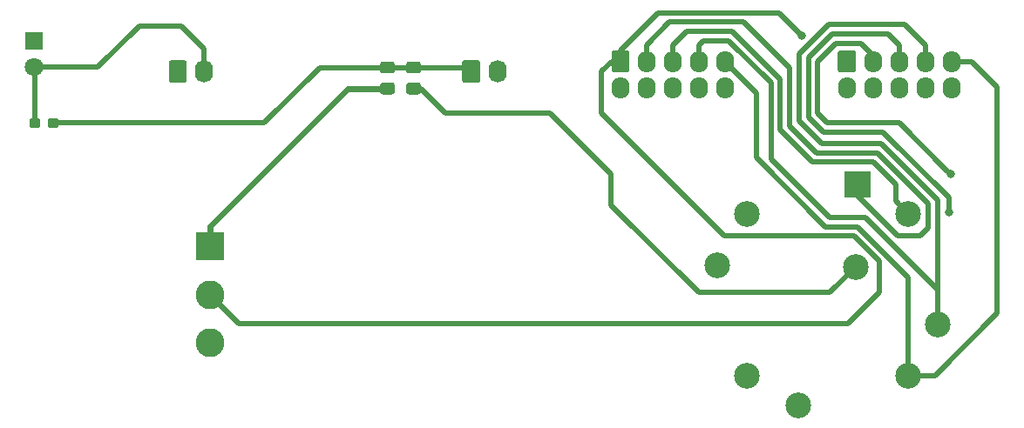
<source format=gbr>
G04 #@! TF.GenerationSoftware,KiCad,Pcbnew,5.1.5*
G04 #@! TF.CreationDate,2019-12-15T20:25:27-05:00*
G04 #@! TF.ProjectId,front_panel_board,66726f6e-745f-4706-916e-656c5f626f61,0*
G04 #@! TF.SameCoordinates,Original*
G04 #@! TF.FileFunction,Copper,L1,Top*
G04 #@! TF.FilePolarity,Positive*
%FSLAX46Y46*%
G04 Gerber Fmt 4.6, Leading zero omitted, Abs format (unit mm)*
G04 Created by KiCad (PCBNEW 5.1.5) date 2019-12-15 20:25:27*
%MOMM*%
%LPD*%
G04 APERTURE LIST*
%ADD10C,2.500000*%
%ADD11R,2.500000X2.500000*%
%ADD12O,1.740000X2.140000*%
%ADD13C,0.100000*%
%ADD14O,1.740000X2.200000*%
%ADD15C,2.800000*%
%ADD16R,2.800000X2.800000*%
%ADD17C,1.800000*%
%ADD18R,1.800000X1.800000*%
%ADD19C,0.800000*%
%ADD20C,0.508000*%
%ADD21C,0.609600*%
G04 APERTURE END LIST*
D10*
X186449470Y-76799416D03*
X175878223Y-71672891D03*
X173005332Y-76648885D03*
X175878223Y-87370662D03*
X180854217Y-90243553D03*
X191575994Y-87370662D03*
X194448885Y-82394668D03*
X191575994Y-71672891D03*
D11*
X186600000Y-68800000D03*
D12*
X195760000Y-59340000D03*
X193220000Y-59340000D03*
X190680000Y-59340000D03*
X188140000Y-59340000D03*
X185600000Y-59340000D03*
X195760000Y-56800000D03*
X193220000Y-56800000D03*
X190680000Y-56800000D03*
X188140000Y-56800000D03*
G04 #@! TA.AperFunction,ComponentPad*
D13*
G36*
X186244505Y-55731204D02*
G01*
X186268773Y-55734804D01*
X186292572Y-55740765D01*
X186315671Y-55749030D01*
X186337850Y-55759520D01*
X186358893Y-55772132D01*
X186378599Y-55786747D01*
X186396777Y-55803223D01*
X186413253Y-55821401D01*
X186427868Y-55841107D01*
X186440480Y-55862150D01*
X186450970Y-55884329D01*
X186459235Y-55907428D01*
X186465196Y-55931227D01*
X186468796Y-55955495D01*
X186470000Y-55979999D01*
X186470000Y-57620001D01*
X186468796Y-57644505D01*
X186465196Y-57668773D01*
X186459235Y-57692572D01*
X186450970Y-57715671D01*
X186440480Y-57737850D01*
X186427868Y-57758893D01*
X186413253Y-57778599D01*
X186396777Y-57796777D01*
X186378599Y-57813253D01*
X186358893Y-57827868D01*
X186337850Y-57840480D01*
X186315671Y-57850970D01*
X186292572Y-57859235D01*
X186268773Y-57865196D01*
X186244505Y-57868796D01*
X186220001Y-57870000D01*
X184979999Y-57870000D01*
X184955495Y-57868796D01*
X184931227Y-57865196D01*
X184907428Y-57859235D01*
X184884329Y-57850970D01*
X184862150Y-57840480D01*
X184841107Y-57827868D01*
X184821401Y-57813253D01*
X184803223Y-57796777D01*
X184786747Y-57778599D01*
X184772132Y-57758893D01*
X184759520Y-57737850D01*
X184749030Y-57715671D01*
X184740765Y-57692572D01*
X184734804Y-57668773D01*
X184731204Y-57644505D01*
X184730000Y-57620001D01*
X184730000Y-55979999D01*
X184731204Y-55955495D01*
X184734804Y-55931227D01*
X184740765Y-55907428D01*
X184749030Y-55884329D01*
X184759520Y-55862150D01*
X184772132Y-55841107D01*
X184786747Y-55821401D01*
X184803223Y-55803223D01*
X184821401Y-55786747D01*
X184841107Y-55772132D01*
X184862150Y-55759520D01*
X184884329Y-55749030D01*
X184907428Y-55740765D01*
X184931227Y-55734804D01*
X184955495Y-55731204D01*
X184979999Y-55730000D01*
X186220001Y-55730000D01*
X186244505Y-55731204D01*
G37*
G04 #@! TD.AperFunction*
D14*
X123140000Y-57800000D03*
G04 #@! TA.AperFunction,ComponentPad*
D13*
G36*
X121244505Y-56701204D02*
G01*
X121268773Y-56704804D01*
X121292572Y-56710765D01*
X121315671Y-56719030D01*
X121337850Y-56729520D01*
X121358893Y-56742132D01*
X121378599Y-56756747D01*
X121396777Y-56773223D01*
X121413253Y-56791401D01*
X121427868Y-56811107D01*
X121440480Y-56832150D01*
X121450970Y-56854329D01*
X121459235Y-56877428D01*
X121465196Y-56901227D01*
X121468796Y-56925495D01*
X121470000Y-56949999D01*
X121470000Y-58650001D01*
X121468796Y-58674505D01*
X121465196Y-58698773D01*
X121459235Y-58722572D01*
X121450970Y-58745671D01*
X121440480Y-58767850D01*
X121427868Y-58788893D01*
X121413253Y-58808599D01*
X121396777Y-58826777D01*
X121378599Y-58843253D01*
X121358893Y-58857868D01*
X121337850Y-58870480D01*
X121315671Y-58880970D01*
X121292572Y-58889235D01*
X121268773Y-58895196D01*
X121244505Y-58898796D01*
X121220001Y-58900000D01*
X119979999Y-58900000D01*
X119955495Y-58898796D01*
X119931227Y-58895196D01*
X119907428Y-58889235D01*
X119884329Y-58880970D01*
X119862150Y-58870480D01*
X119841107Y-58857868D01*
X119821401Y-58843253D01*
X119803223Y-58826777D01*
X119786747Y-58808599D01*
X119772132Y-58788893D01*
X119759520Y-58767850D01*
X119749030Y-58745671D01*
X119740765Y-58722572D01*
X119734804Y-58698773D01*
X119731204Y-58674505D01*
X119730000Y-58650001D01*
X119730000Y-56949999D01*
X119731204Y-56925495D01*
X119734804Y-56901227D01*
X119740765Y-56877428D01*
X119749030Y-56854329D01*
X119759520Y-56832150D01*
X119772132Y-56811107D01*
X119786747Y-56791401D01*
X119803223Y-56773223D01*
X119821401Y-56756747D01*
X119841107Y-56742132D01*
X119862150Y-56729520D01*
X119884329Y-56719030D01*
X119907428Y-56710765D01*
X119931227Y-56704804D01*
X119955495Y-56701204D01*
X119979999Y-56700000D01*
X121220001Y-56700000D01*
X121244505Y-56701204D01*
G37*
G04 #@! TD.AperFunction*
G04 #@! TA.AperFunction,SMDPad,CuDef*
G36*
X141444505Y-58871204D02*
G01*
X141468773Y-58874804D01*
X141492572Y-58880765D01*
X141515671Y-58889030D01*
X141537850Y-58899520D01*
X141558893Y-58912132D01*
X141578599Y-58926747D01*
X141596777Y-58943223D01*
X141613253Y-58961401D01*
X141627868Y-58981107D01*
X141640480Y-59002150D01*
X141650970Y-59024329D01*
X141659235Y-59047428D01*
X141665196Y-59071227D01*
X141668796Y-59095495D01*
X141670000Y-59119999D01*
X141670000Y-59770001D01*
X141668796Y-59794505D01*
X141665196Y-59818773D01*
X141659235Y-59842572D01*
X141650970Y-59865671D01*
X141640480Y-59887850D01*
X141627868Y-59908893D01*
X141613253Y-59928599D01*
X141596777Y-59946777D01*
X141578599Y-59963253D01*
X141558893Y-59977868D01*
X141537850Y-59990480D01*
X141515671Y-60000970D01*
X141492572Y-60009235D01*
X141468773Y-60015196D01*
X141444505Y-60018796D01*
X141420001Y-60020000D01*
X140519999Y-60020000D01*
X140495495Y-60018796D01*
X140471227Y-60015196D01*
X140447428Y-60009235D01*
X140424329Y-60000970D01*
X140402150Y-59990480D01*
X140381107Y-59977868D01*
X140361401Y-59963253D01*
X140343223Y-59946777D01*
X140326747Y-59928599D01*
X140312132Y-59908893D01*
X140299520Y-59887850D01*
X140289030Y-59865671D01*
X140280765Y-59842572D01*
X140274804Y-59818773D01*
X140271204Y-59794505D01*
X140270000Y-59770001D01*
X140270000Y-59119999D01*
X140271204Y-59095495D01*
X140274804Y-59071227D01*
X140280765Y-59047428D01*
X140289030Y-59024329D01*
X140299520Y-59002150D01*
X140312132Y-58981107D01*
X140326747Y-58961401D01*
X140343223Y-58943223D01*
X140361401Y-58926747D01*
X140381107Y-58912132D01*
X140402150Y-58899520D01*
X140424329Y-58889030D01*
X140447428Y-58880765D01*
X140471227Y-58874804D01*
X140495495Y-58871204D01*
X140519999Y-58870000D01*
X141420001Y-58870000D01*
X141444505Y-58871204D01*
G37*
G04 #@! TD.AperFunction*
G04 #@! TA.AperFunction,SMDPad,CuDef*
G36*
X141444505Y-56821204D02*
G01*
X141468773Y-56824804D01*
X141492572Y-56830765D01*
X141515671Y-56839030D01*
X141537850Y-56849520D01*
X141558893Y-56862132D01*
X141578599Y-56876747D01*
X141596777Y-56893223D01*
X141613253Y-56911401D01*
X141627868Y-56931107D01*
X141640480Y-56952150D01*
X141650970Y-56974329D01*
X141659235Y-56997428D01*
X141665196Y-57021227D01*
X141668796Y-57045495D01*
X141670000Y-57069999D01*
X141670000Y-57720001D01*
X141668796Y-57744505D01*
X141665196Y-57768773D01*
X141659235Y-57792572D01*
X141650970Y-57815671D01*
X141640480Y-57837850D01*
X141627868Y-57858893D01*
X141613253Y-57878599D01*
X141596777Y-57896777D01*
X141578599Y-57913253D01*
X141558893Y-57927868D01*
X141537850Y-57940480D01*
X141515671Y-57950970D01*
X141492572Y-57959235D01*
X141468773Y-57965196D01*
X141444505Y-57968796D01*
X141420001Y-57970000D01*
X140519999Y-57970000D01*
X140495495Y-57968796D01*
X140471227Y-57965196D01*
X140447428Y-57959235D01*
X140424329Y-57950970D01*
X140402150Y-57940480D01*
X140381107Y-57927868D01*
X140361401Y-57913253D01*
X140343223Y-57896777D01*
X140326747Y-57878599D01*
X140312132Y-57858893D01*
X140299520Y-57837850D01*
X140289030Y-57815671D01*
X140280765Y-57792572D01*
X140274804Y-57768773D01*
X140271204Y-57744505D01*
X140270000Y-57720001D01*
X140270000Y-57069999D01*
X140271204Y-57045495D01*
X140274804Y-57021227D01*
X140280765Y-56997428D01*
X140289030Y-56974329D01*
X140299520Y-56952150D01*
X140312132Y-56931107D01*
X140326747Y-56911401D01*
X140343223Y-56893223D01*
X140361401Y-56876747D01*
X140381107Y-56862132D01*
X140402150Y-56849520D01*
X140424329Y-56839030D01*
X140447428Y-56830765D01*
X140471227Y-56824804D01*
X140495495Y-56821204D01*
X140519999Y-56820000D01*
X141420001Y-56820000D01*
X141444505Y-56821204D01*
G37*
G04 #@! TD.AperFunction*
G04 #@! TA.AperFunction,SMDPad,CuDef*
G36*
X143984505Y-58871204D02*
G01*
X144008773Y-58874804D01*
X144032572Y-58880765D01*
X144055671Y-58889030D01*
X144077850Y-58899520D01*
X144098893Y-58912132D01*
X144118599Y-58926747D01*
X144136777Y-58943223D01*
X144153253Y-58961401D01*
X144167868Y-58981107D01*
X144180480Y-59002150D01*
X144190970Y-59024329D01*
X144199235Y-59047428D01*
X144205196Y-59071227D01*
X144208796Y-59095495D01*
X144210000Y-59119999D01*
X144210000Y-59770001D01*
X144208796Y-59794505D01*
X144205196Y-59818773D01*
X144199235Y-59842572D01*
X144190970Y-59865671D01*
X144180480Y-59887850D01*
X144167868Y-59908893D01*
X144153253Y-59928599D01*
X144136777Y-59946777D01*
X144118599Y-59963253D01*
X144098893Y-59977868D01*
X144077850Y-59990480D01*
X144055671Y-60000970D01*
X144032572Y-60009235D01*
X144008773Y-60015196D01*
X143984505Y-60018796D01*
X143960001Y-60020000D01*
X143059999Y-60020000D01*
X143035495Y-60018796D01*
X143011227Y-60015196D01*
X142987428Y-60009235D01*
X142964329Y-60000970D01*
X142942150Y-59990480D01*
X142921107Y-59977868D01*
X142901401Y-59963253D01*
X142883223Y-59946777D01*
X142866747Y-59928599D01*
X142852132Y-59908893D01*
X142839520Y-59887850D01*
X142829030Y-59865671D01*
X142820765Y-59842572D01*
X142814804Y-59818773D01*
X142811204Y-59794505D01*
X142810000Y-59770001D01*
X142810000Y-59119999D01*
X142811204Y-59095495D01*
X142814804Y-59071227D01*
X142820765Y-59047428D01*
X142829030Y-59024329D01*
X142839520Y-59002150D01*
X142852132Y-58981107D01*
X142866747Y-58961401D01*
X142883223Y-58943223D01*
X142901401Y-58926747D01*
X142921107Y-58912132D01*
X142942150Y-58899520D01*
X142964329Y-58889030D01*
X142987428Y-58880765D01*
X143011227Y-58874804D01*
X143035495Y-58871204D01*
X143059999Y-58870000D01*
X143960001Y-58870000D01*
X143984505Y-58871204D01*
G37*
G04 #@! TD.AperFunction*
G04 #@! TA.AperFunction,SMDPad,CuDef*
G36*
X143984505Y-56821204D02*
G01*
X144008773Y-56824804D01*
X144032572Y-56830765D01*
X144055671Y-56839030D01*
X144077850Y-56849520D01*
X144098893Y-56862132D01*
X144118599Y-56876747D01*
X144136777Y-56893223D01*
X144153253Y-56911401D01*
X144167868Y-56931107D01*
X144180480Y-56952150D01*
X144190970Y-56974329D01*
X144199235Y-56997428D01*
X144205196Y-57021227D01*
X144208796Y-57045495D01*
X144210000Y-57069999D01*
X144210000Y-57720001D01*
X144208796Y-57744505D01*
X144205196Y-57768773D01*
X144199235Y-57792572D01*
X144190970Y-57815671D01*
X144180480Y-57837850D01*
X144167868Y-57858893D01*
X144153253Y-57878599D01*
X144136777Y-57896777D01*
X144118599Y-57913253D01*
X144098893Y-57927868D01*
X144077850Y-57940480D01*
X144055671Y-57950970D01*
X144032572Y-57959235D01*
X144008773Y-57965196D01*
X143984505Y-57968796D01*
X143960001Y-57970000D01*
X143059999Y-57970000D01*
X143035495Y-57968796D01*
X143011227Y-57965196D01*
X142987428Y-57959235D01*
X142964329Y-57950970D01*
X142942150Y-57940480D01*
X142921107Y-57927868D01*
X142901401Y-57913253D01*
X142883223Y-57896777D01*
X142866747Y-57878599D01*
X142852132Y-57858893D01*
X142839520Y-57837850D01*
X142829030Y-57815671D01*
X142820765Y-57792572D01*
X142814804Y-57768773D01*
X142811204Y-57744505D01*
X142810000Y-57720001D01*
X142810000Y-57069999D01*
X142811204Y-57045495D01*
X142814804Y-57021227D01*
X142820765Y-56997428D01*
X142829030Y-56974329D01*
X142839520Y-56952150D01*
X142852132Y-56931107D01*
X142866747Y-56911401D01*
X142883223Y-56893223D01*
X142901401Y-56876747D01*
X142921107Y-56862132D01*
X142942150Y-56849520D01*
X142964329Y-56839030D01*
X142987428Y-56830765D01*
X143011227Y-56824804D01*
X143035495Y-56821204D01*
X143059999Y-56820000D01*
X143960001Y-56820000D01*
X143984505Y-56821204D01*
G37*
G04 #@! TD.AperFunction*
D15*
X123729800Y-84218800D03*
X123729800Y-79518800D03*
D16*
X123729800Y-74818800D03*
D14*
X151640000Y-57800000D03*
G04 #@! TA.AperFunction,ComponentPad*
D13*
G36*
X149744505Y-56701204D02*
G01*
X149768773Y-56704804D01*
X149792572Y-56710765D01*
X149815671Y-56719030D01*
X149837850Y-56729520D01*
X149858893Y-56742132D01*
X149878599Y-56756747D01*
X149896777Y-56773223D01*
X149913253Y-56791401D01*
X149927868Y-56811107D01*
X149940480Y-56832150D01*
X149950970Y-56854329D01*
X149959235Y-56877428D01*
X149965196Y-56901227D01*
X149968796Y-56925495D01*
X149970000Y-56949999D01*
X149970000Y-58650001D01*
X149968796Y-58674505D01*
X149965196Y-58698773D01*
X149959235Y-58722572D01*
X149950970Y-58745671D01*
X149940480Y-58767850D01*
X149927868Y-58788893D01*
X149913253Y-58808599D01*
X149896777Y-58826777D01*
X149878599Y-58843253D01*
X149858893Y-58857868D01*
X149837850Y-58870480D01*
X149815671Y-58880970D01*
X149792572Y-58889235D01*
X149768773Y-58895196D01*
X149744505Y-58898796D01*
X149720001Y-58900000D01*
X148479999Y-58900000D01*
X148455495Y-58898796D01*
X148431227Y-58895196D01*
X148407428Y-58889235D01*
X148384329Y-58880970D01*
X148362150Y-58870480D01*
X148341107Y-58857868D01*
X148321401Y-58843253D01*
X148303223Y-58826777D01*
X148286747Y-58808599D01*
X148272132Y-58788893D01*
X148259520Y-58767850D01*
X148249030Y-58745671D01*
X148240765Y-58722572D01*
X148234804Y-58698773D01*
X148231204Y-58674505D01*
X148230000Y-58650001D01*
X148230000Y-56949999D01*
X148231204Y-56925495D01*
X148234804Y-56901227D01*
X148240765Y-56877428D01*
X148249030Y-56854329D01*
X148259520Y-56832150D01*
X148272132Y-56811107D01*
X148286747Y-56791401D01*
X148303223Y-56773223D01*
X148321401Y-56756747D01*
X148341107Y-56742132D01*
X148362150Y-56729520D01*
X148384329Y-56719030D01*
X148407428Y-56710765D01*
X148431227Y-56704804D01*
X148455495Y-56701204D01*
X148479999Y-56700000D01*
X149720001Y-56700000D01*
X149744505Y-56701204D01*
G37*
G04 #@! TD.AperFunction*
G04 #@! TA.AperFunction,ComponentPad*
G36*
X164244505Y-55731204D02*
G01*
X164268773Y-55734804D01*
X164292572Y-55740765D01*
X164315671Y-55749030D01*
X164337850Y-55759520D01*
X164358893Y-55772132D01*
X164378599Y-55786747D01*
X164396777Y-55803223D01*
X164413253Y-55821401D01*
X164427868Y-55841107D01*
X164440480Y-55862150D01*
X164450970Y-55884329D01*
X164459235Y-55907428D01*
X164465196Y-55931227D01*
X164468796Y-55955495D01*
X164470000Y-55979999D01*
X164470000Y-57620001D01*
X164468796Y-57644505D01*
X164465196Y-57668773D01*
X164459235Y-57692572D01*
X164450970Y-57715671D01*
X164440480Y-57737850D01*
X164427868Y-57758893D01*
X164413253Y-57778599D01*
X164396777Y-57796777D01*
X164378599Y-57813253D01*
X164358893Y-57827868D01*
X164337850Y-57840480D01*
X164315671Y-57850970D01*
X164292572Y-57859235D01*
X164268773Y-57865196D01*
X164244505Y-57868796D01*
X164220001Y-57870000D01*
X162979999Y-57870000D01*
X162955495Y-57868796D01*
X162931227Y-57865196D01*
X162907428Y-57859235D01*
X162884329Y-57850970D01*
X162862150Y-57840480D01*
X162841107Y-57827868D01*
X162821401Y-57813253D01*
X162803223Y-57796777D01*
X162786747Y-57778599D01*
X162772132Y-57758893D01*
X162759520Y-57737850D01*
X162749030Y-57715671D01*
X162740765Y-57692572D01*
X162734804Y-57668773D01*
X162731204Y-57644505D01*
X162730000Y-57620001D01*
X162730000Y-55979999D01*
X162731204Y-55955495D01*
X162734804Y-55931227D01*
X162740765Y-55907428D01*
X162749030Y-55884329D01*
X162759520Y-55862150D01*
X162772132Y-55841107D01*
X162786747Y-55821401D01*
X162803223Y-55803223D01*
X162821401Y-55786747D01*
X162841107Y-55772132D01*
X162862150Y-55759520D01*
X162884329Y-55749030D01*
X162907428Y-55740765D01*
X162931227Y-55734804D01*
X162955495Y-55731204D01*
X162979999Y-55730000D01*
X164220001Y-55730000D01*
X164244505Y-55731204D01*
G37*
G04 #@! TD.AperFunction*
D12*
X166140000Y-56800000D03*
X168680000Y-56800000D03*
X171220000Y-56800000D03*
X173760000Y-56800000D03*
X163600000Y-59340000D03*
X166140000Y-59340000D03*
X168680000Y-59340000D03*
X171220000Y-59340000D03*
X173760000Y-59340000D03*
G04 #@! TA.AperFunction,SMDPad,CuDef*
D13*
G36*
X107035779Y-62326144D02*
G01*
X107058834Y-62329563D01*
X107081443Y-62335227D01*
X107103387Y-62343079D01*
X107124457Y-62353044D01*
X107144448Y-62365026D01*
X107163168Y-62378910D01*
X107180438Y-62394562D01*
X107196090Y-62411832D01*
X107209974Y-62430552D01*
X107221956Y-62450543D01*
X107231921Y-62471613D01*
X107239773Y-62493557D01*
X107245437Y-62516166D01*
X107248856Y-62539221D01*
X107250000Y-62562500D01*
X107250000Y-63037500D01*
X107248856Y-63060779D01*
X107245437Y-63083834D01*
X107239773Y-63106443D01*
X107231921Y-63128387D01*
X107221956Y-63149457D01*
X107209974Y-63169448D01*
X107196090Y-63188168D01*
X107180438Y-63205438D01*
X107163168Y-63221090D01*
X107144448Y-63234974D01*
X107124457Y-63246956D01*
X107103387Y-63256921D01*
X107081443Y-63264773D01*
X107058834Y-63270437D01*
X107035779Y-63273856D01*
X107012500Y-63275000D01*
X106437500Y-63275000D01*
X106414221Y-63273856D01*
X106391166Y-63270437D01*
X106368557Y-63264773D01*
X106346613Y-63256921D01*
X106325543Y-63246956D01*
X106305552Y-63234974D01*
X106286832Y-63221090D01*
X106269562Y-63205438D01*
X106253910Y-63188168D01*
X106240026Y-63169448D01*
X106228044Y-63149457D01*
X106218079Y-63128387D01*
X106210227Y-63106443D01*
X106204563Y-63083834D01*
X106201144Y-63060779D01*
X106200000Y-63037500D01*
X106200000Y-62562500D01*
X106201144Y-62539221D01*
X106204563Y-62516166D01*
X106210227Y-62493557D01*
X106218079Y-62471613D01*
X106228044Y-62450543D01*
X106240026Y-62430552D01*
X106253910Y-62411832D01*
X106269562Y-62394562D01*
X106286832Y-62378910D01*
X106305552Y-62365026D01*
X106325543Y-62353044D01*
X106346613Y-62343079D01*
X106368557Y-62335227D01*
X106391166Y-62329563D01*
X106414221Y-62326144D01*
X106437500Y-62325000D01*
X107012500Y-62325000D01*
X107035779Y-62326144D01*
G37*
G04 #@! TD.AperFunction*
G04 #@! TA.AperFunction,SMDPad,CuDef*
G36*
X108785779Y-62326144D02*
G01*
X108808834Y-62329563D01*
X108831443Y-62335227D01*
X108853387Y-62343079D01*
X108874457Y-62353044D01*
X108894448Y-62365026D01*
X108913168Y-62378910D01*
X108930438Y-62394562D01*
X108946090Y-62411832D01*
X108959974Y-62430552D01*
X108971956Y-62450543D01*
X108981921Y-62471613D01*
X108989773Y-62493557D01*
X108995437Y-62516166D01*
X108998856Y-62539221D01*
X109000000Y-62562500D01*
X109000000Y-63037500D01*
X108998856Y-63060779D01*
X108995437Y-63083834D01*
X108989773Y-63106443D01*
X108981921Y-63128387D01*
X108971956Y-63149457D01*
X108959974Y-63169448D01*
X108946090Y-63188168D01*
X108930438Y-63205438D01*
X108913168Y-63221090D01*
X108894448Y-63234974D01*
X108874457Y-63246956D01*
X108853387Y-63256921D01*
X108831443Y-63264773D01*
X108808834Y-63270437D01*
X108785779Y-63273856D01*
X108762500Y-63275000D01*
X108187500Y-63275000D01*
X108164221Y-63273856D01*
X108141166Y-63270437D01*
X108118557Y-63264773D01*
X108096613Y-63256921D01*
X108075543Y-63246956D01*
X108055552Y-63234974D01*
X108036832Y-63221090D01*
X108019562Y-63205438D01*
X108003910Y-63188168D01*
X107990026Y-63169448D01*
X107978044Y-63149457D01*
X107968079Y-63128387D01*
X107960227Y-63106443D01*
X107954563Y-63083834D01*
X107951144Y-63060779D01*
X107950000Y-63037500D01*
X107950000Y-62562500D01*
X107951144Y-62539221D01*
X107954563Y-62516166D01*
X107960227Y-62493557D01*
X107968079Y-62471613D01*
X107978044Y-62450543D01*
X107990026Y-62430552D01*
X108003910Y-62411832D01*
X108019562Y-62394562D01*
X108036832Y-62378910D01*
X108055552Y-62365026D01*
X108075543Y-62353044D01*
X108096613Y-62343079D01*
X108118557Y-62335227D01*
X108141166Y-62329563D01*
X108164221Y-62326144D01*
X108187500Y-62325000D01*
X108762500Y-62325000D01*
X108785779Y-62326144D01*
G37*
G04 #@! TD.AperFunction*
D17*
X106600000Y-57340000D03*
D18*
X106600000Y-54800000D03*
D19*
X195502895Y-71467338D03*
X195720000Y-67800012D03*
X181220000Y-54300000D03*
D20*
X106725000Y-57465000D02*
X106600000Y-57340000D01*
X106725000Y-62800000D02*
X106725000Y-57465000D01*
X106600000Y-57340000D02*
X112840000Y-57340000D01*
X112840000Y-57340000D02*
X116840000Y-53340000D01*
X120910000Y-53340000D02*
X123140000Y-55570000D01*
X123140000Y-55570000D02*
X123140000Y-55800000D01*
X116840000Y-53340000D02*
X120910000Y-53340000D01*
X123140000Y-57800000D02*
X123140000Y-55570000D01*
X143510000Y-57395000D02*
X140970000Y-57395000D01*
X140970000Y-57395000D02*
X134375000Y-57395000D01*
X128970000Y-62800000D02*
X108475000Y-62800000D01*
X134375000Y-57395000D02*
X128970000Y-62800000D01*
X148695000Y-57395000D02*
X149100000Y-57800000D01*
X143510000Y-57395000D02*
X148695000Y-57395000D01*
X200220000Y-59300000D02*
X197720000Y-56800000D01*
X200220000Y-81300000D02*
X200220000Y-59300000D01*
X191575994Y-87370662D02*
X194149338Y-87370662D01*
X197720000Y-56800000D02*
X195760000Y-56800000D01*
X194149338Y-87370662D02*
X200220000Y-81300000D01*
X191575994Y-77823897D02*
X191575994Y-85602896D01*
X176811989Y-59851989D02*
X176811989Y-66176110D01*
X183527868Y-72891989D02*
X186644086Y-72891989D01*
X173760000Y-56800000D02*
X176811989Y-59851989D01*
X176811989Y-66176110D02*
X183527868Y-72891989D01*
X186644086Y-72891989D02*
X191575994Y-77823897D01*
X191575994Y-85602896D02*
X191575994Y-87370662D01*
X194448885Y-80626902D02*
X194448885Y-82394668D01*
X188935880Y-64799999D02*
X194448885Y-70313004D01*
X183151757Y-64799999D02*
X188935880Y-64799999D01*
X180959675Y-62607917D02*
X183151757Y-64799999D01*
X191206011Y-53208011D02*
X183811989Y-53208011D01*
X193220000Y-55222000D02*
X191206011Y-53208011D01*
X193220000Y-56800000D02*
X193220000Y-55222000D01*
X194448885Y-70313004D02*
X194448885Y-80626902D01*
X183811989Y-53208011D02*
X180959675Y-56060325D01*
X180959675Y-56060325D02*
X180959675Y-62607917D01*
X178220000Y-58904725D02*
X174115275Y-54800000D01*
X171220000Y-55222000D02*
X171220000Y-56800000D01*
X194448885Y-79028885D02*
X187403978Y-71983978D01*
X174115275Y-54800000D02*
X171642000Y-54800000D01*
X194448885Y-82394668D02*
X194448885Y-79028885D01*
X183903978Y-71983978D02*
X178220000Y-66300000D01*
X171642000Y-54800000D02*
X171220000Y-55222000D01*
X187403978Y-71983978D02*
X183903978Y-71983978D01*
X178220000Y-66300000D02*
X178220000Y-58904725D01*
X181867686Y-62231807D02*
X183343890Y-63708011D01*
X189128011Y-63708011D02*
X195502895Y-70082895D01*
X183343890Y-63708011D02*
X189128011Y-63708011D01*
X195502895Y-70901653D02*
X195502895Y-71467338D01*
X190680000Y-56800000D02*
X190680000Y-55222000D01*
X184188098Y-54116022D02*
X181867686Y-56436434D01*
X181867686Y-56436434D02*
X181867686Y-62231807D01*
X189574022Y-54116022D02*
X184188098Y-54116022D01*
X190680000Y-55222000D02*
X189574022Y-54116022D01*
X195502895Y-70082895D02*
X195502895Y-70901653D01*
X188183661Y-66616021D02*
X182271132Y-66616021D01*
X174491385Y-53891989D02*
X170010011Y-53891989D01*
X190325995Y-70422892D02*
X190325995Y-68758355D01*
X191575994Y-71672891D02*
X190325995Y-70422892D01*
X168680000Y-55222000D02*
X168680000Y-56800000D01*
X182271132Y-66616021D02*
X179128011Y-63472900D01*
X190325995Y-68758355D02*
X188183661Y-66616021D01*
X179128011Y-63472900D02*
X179128011Y-58528615D01*
X170010011Y-53891989D02*
X168680000Y-55222000D01*
X179128011Y-58528615D02*
X174491385Y-53891989D01*
X182775697Y-61855697D02*
X183720000Y-62800000D01*
X183720000Y-62800000D02*
X190719988Y-62800000D01*
X188140000Y-56220000D02*
X186944033Y-55024033D01*
X188140000Y-56800000D02*
X188140000Y-56220000D01*
X190719988Y-62800000D02*
X195320001Y-67400013D01*
X182775697Y-56812543D02*
X182775697Y-61855697D01*
X195320001Y-67400013D02*
X195720000Y-67800012D01*
X186944033Y-55024033D02*
X184564207Y-55024033D01*
X184564207Y-55024033D02*
X182775697Y-56812543D01*
X193479995Y-70628235D02*
X188559771Y-65708010D01*
X190504120Y-73800000D02*
X192720000Y-73800000D01*
X192720000Y-73800000D02*
X193479995Y-73040005D01*
X168378022Y-52983978D02*
X166140000Y-55222000D01*
X188559771Y-65708010D02*
X182647242Y-65708010D01*
X166140000Y-55222000D02*
X166140000Y-56800000D01*
X180036022Y-57438696D02*
X175581304Y-52983978D01*
X175581304Y-52983978D02*
X168378022Y-52983978D01*
X182647242Y-65708010D02*
X180036022Y-63096790D01*
X180036022Y-63096790D02*
X180036022Y-57438696D01*
X186600000Y-69895880D02*
X190504120Y-73800000D01*
X193479995Y-73040005D02*
X193479995Y-70628235D01*
X186600000Y-68800000D02*
X186600000Y-69895880D01*
X171220000Y-79300000D02*
X183948886Y-79300000D01*
X162720000Y-70800000D02*
X171220000Y-79300000D01*
X183948886Y-79300000D02*
X186449470Y-76799416D01*
X144210000Y-59445000D02*
X146565000Y-61800000D01*
X143510000Y-59445000D02*
X144210000Y-59445000D01*
X146565000Y-61800000D02*
X156720000Y-61800000D01*
X162720000Y-67800000D02*
X162720000Y-70800000D01*
X156720000Y-61800000D02*
X162720000Y-67800000D01*
X178995967Y-52075967D02*
X180820001Y-53900001D01*
X163600000Y-55730000D02*
X167254033Y-52075967D01*
X180820001Y-53900001D02*
X181220000Y-54300000D01*
X163600000Y-56800000D02*
X163600000Y-55730000D01*
X167254033Y-52075967D02*
X178995967Y-52075967D01*
X161720000Y-57810000D02*
X162730000Y-56800000D01*
X161720000Y-61800000D02*
X161720000Y-57810000D01*
X188720000Y-76252024D02*
X186267976Y-73800000D01*
X126511000Y-82300000D02*
X185720000Y-82300000D01*
X173720000Y-73800000D02*
X161720000Y-61800000D01*
X162730000Y-56800000D02*
X163600000Y-56800000D01*
X188720000Y-79300000D02*
X188720000Y-76252024D01*
X123729800Y-79518800D02*
X126511000Y-82300000D01*
X185720000Y-82300000D02*
X188720000Y-79300000D01*
X186267976Y-73800000D02*
X173720000Y-73800000D01*
D21*
X140270000Y-59445000D02*
X140970000Y-59445000D01*
X137094000Y-59445000D02*
X140270000Y-59445000D01*
X123729800Y-72809200D02*
X137094000Y-59445000D01*
X123729800Y-74818800D02*
X123729800Y-72809200D01*
M02*

</source>
